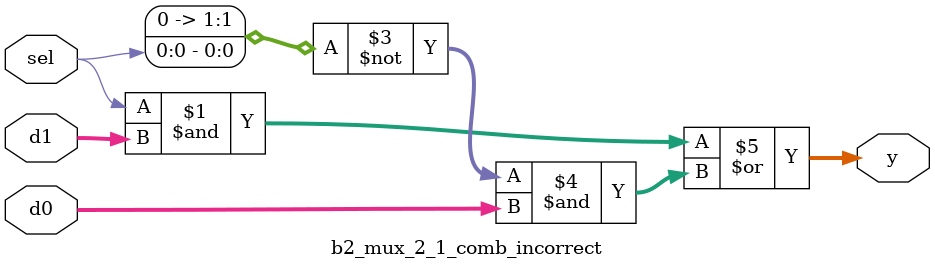
<source format=v>
`timescale 1ns / 1ps


module b2_mux_2_1_comb_incorrect(
    input [1:0] d0,
    input [1:0] d1,
    input sel,
    output [1:0] y
    );
    assign y = (sel & d1) | ((~sel) & d0);
endmodule

</source>
